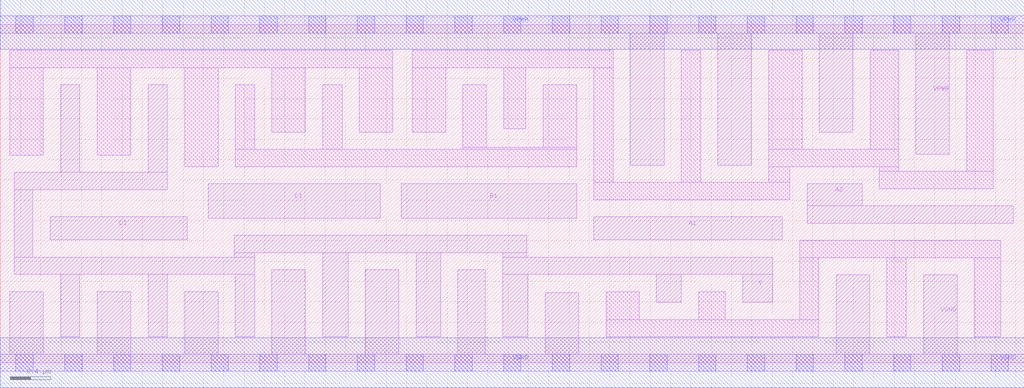
<source format=lef>
# Copyright 2020 The SkyWater PDK Authors
#
# Licensed under the Apache License, Version 2.0 (the "License");
# you may not use this file except in compliance with the License.
# You may obtain a copy of the License at
#
#     https://www.apache.org/licenses/LICENSE-2.0
#
# Unless required by applicable law or agreed to in writing, software
# distributed under the License is distributed on an "AS IS" BASIS,
# WITHOUT WARRANTIES OR CONDITIONS OF ANY KIND, either express or implied.
# See the License for the specific language governing permissions and
# limitations under the License.
#
# SPDX-License-Identifier: Apache-2.0

VERSION 5.7 ;
  NAMESCASESENSITIVE ON ;
  NOWIREEXTENSIONATPIN ON ;
  DIVIDERCHAR "/" ;
  BUSBITCHARS "[]" ;
UNITS
  DATABASE MICRONS 200 ;
END UNITS
MACRO sky130_fd_sc_lp__a2111oi_4
  CLASS CORE ;
  SOURCE USER ;
  FOREIGN sky130_fd_sc_lp__a2111oi_4 ;
  ORIGIN  0.000000  0.000000 ;
  SIZE  10.08000 BY  3.330000 ;
  SYMMETRY X Y R90 ;
  SITE unit ;
  PIN A1
    ANTENNAGATEAREA  1.260000 ;
    DIRECTION INPUT ;
    USE SIGNAL ;
    PORT
      LAYER li1 ;
        RECT 5.845000 1.210000 7.700000 1.435000 ;
    END
  END A1
  PIN A2
    ANTENNAGATEAREA  1.260000 ;
    DIRECTION INPUT ;
    USE SIGNAL ;
    PORT
      LAYER li1 ;
        RECT 7.945000 1.375000 9.975000 1.545000 ;
        RECT 7.945000 1.545000 8.485000 1.760000 ;
    END
  END A2
  PIN B1
    ANTENNAGATEAREA  1.260000 ;
    DIRECTION INPUT ;
    USE SIGNAL ;
    PORT
      LAYER li1 ;
        RECT 3.950000 1.425000 5.675000 1.760000 ;
    END
  END B1
  PIN C1
    ANTENNAGATEAREA  1.260000 ;
    DIRECTION INPUT ;
    USE SIGNAL ;
    PORT
      LAYER li1 ;
        RECT 2.050000 1.425000 3.740000 1.760000 ;
    END
  END C1
  PIN D1
    ANTENNAGATEAREA  1.260000 ;
    DIRECTION INPUT ;
    USE SIGNAL ;
    PORT
      LAYER li1 ;
        RECT 0.490000 1.210000 1.840000 1.435000 ;
    END
  END D1
  PIN Y
    ANTENNADIFFAREA  2.587200 ;
    DIRECTION OUTPUT ;
    USE SIGNAL ;
    PORT
      LAYER li1 ;
        RECT 0.140000 0.870000 2.505000 1.040000 ;
        RECT 0.140000 1.040000 0.320000 1.705000 ;
        RECT 0.140000 1.705000 1.645000 1.875000 ;
        RECT 0.595000 0.255000 0.785000 0.870000 ;
        RECT 0.595000 1.875000 0.785000 2.735000 ;
        RECT 1.455000 0.255000 1.645000 0.870000 ;
        RECT 1.455000 1.875000 1.645000 2.735000 ;
        RECT 2.305000 1.040000 2.505000 1.085000 ;
        RECT 2.305000 1.085000 5.185000 1.255000 ;
        RECT 2.315000 0.255000 2.505000 0.870000 ;
        RECT 3.175000 0.255000 3.425000 1.085000 ;
        RECT 4.095000 0.255000 4.335000 1.085000 ;
        RECT 4.945000 0.255000 5.195000 0.870000 ;
        RECT 4.945000 0.870000 7.605000 1.040000 ;
        RECT 4.945000 1.040000 5.185000 1.085000 ;
        RECT 6.460000 0.595000 6.705000 0.870000 ;
        RECT 7.310000 0.595000 7.605000 0.870000 ;
    END
  END Y
  PIN VGND
    DIRECTION INOUT ;
    USE GROUND ;
    PORT
      LAYER li1 ;
        RECT 0.000000 -0.085000 10.080000 0.085000 ;
        RECT 0.095000  0.085000  0.425000 0.700000 ;
        RECT 0.955000  0.085000  1.285000 0.700000 ;
        RECT 1.815000  0.085000  2.145000 0.700000 ;
        RECT 2.675000  0.085000  3.005000 0.915000 ;
        RECT 3.595000  0.085000  3.925000 0.915000 ;
        RECT 4.505000  0.085000  4.775000 0.915000 ;
        RECT 5.365000  0.085000  5.695000 0.690000 ;
        RECT 8.230000  0.085000  8.560000 0.865000 ;
        RECT 9.090000  0.085000  9.420000 0.865000 ;
      LAYER mcon ;
        RECT 0.155000 -0.085000 0.325000 0.085000 ;
        RECT 0.635000 -0.085000 0.805000 0.085000 ;
        RECT 1.115000 -0.085000 1.285000 0.085000 ;
        RECT 1.595000 -0.085000 1.765000 0.085000 ;
        RECT 2.075000 -0.085000 2.245000 0.085000 ;
        RECT 2.555000 -0.085000 2.725000 0.085000 ;
        RECT 3.035000 -0.085000 3.205000 0.085000 ;
        RECT 3.515000 -0.085000 3.685000 0.085000 ;
        RECT 3.995000 -0.085000 4.165000 0.085000 ;
        RECT 4.475000 -0.085000 4.645000 0.085000 ;
        RECT 4.955000 -0.085000 5.125000 0.085000 ;
        RECT 5.435000 -0.085000 5.605000 0.085000 ;
        RECT 5.915000 -0.085000 6.085000 0.085000 ;
        RECT 6.395000 -0.085000 6.565000 0.085000 ;
        RECT 6.875000 -0.085000 7.045000 0.085000 ;
        RECT 7.355000 -0.085000 7.525000 0.085000 ;
        RECT 7.835000 -0.085000 8.005000 0.085000 ;
        RECT 8.315000 -0.085000 8.485000 0.085000 ;
        RECT 8.795000 -0.085000 8.965000 0.085000 ;
        RECT 9.275000 -0.085000 9.445000 0.085000 ;
        RECT 9.755000 -0.085000 9.925000 0.085000 ;
      LAYER met1 ;
        RECT 0.000000 -0.245000 10.080000 0.245000 ;
    END
  END VGND
  PIN VPWR
    DIRECTION INOUT ;
    USE POWER ;
    PORT
      LAYER li1 ;
        RECT 0.000000 3.245000 10.080000 3.415000 ;
        RECT 6.205000 1.945000  6.535000 3.245000 ;
        RECT 7.065000 1.945000  7.395000 3.245000 ;
        RECT 8.065000 2.270000  8.395000 3.245000 ;
        RECT 9.015000 2.055000  9.345000 3.245000 ;
      LAYER mcon ;
        RECT 0.155000 3.245000 0.325000 3.415000 ;
        RECT 0.635000 3.245000 0.805000 3.415000 ;
        RECT 1.115000 3.245000 1.285000 3.415000 ;
        RECT 1.595000 3.245000 1.765000 3.415000 ;
        RECT 2.075000 3.245000 2.245000 3.415000 ;
        RECT 2.555000 3.245000 2.725000 3.415000 ;
        RECT 3.035000 3.245000 3.205000 3.415000 ;
        RECT 3.515000 3.245000 3.685000 3.415000 ;
        RECT 3.995000 3.245000 4.165000 3.415000 ;
        RECT 4.475000 3.245000 4.645000 3.415000 ;
        RECT 4.955000 3.245000 5.125000 3.415000 ;
        RECT 5.435000 3.245000 5.605000 3.415000 ;
        RECT 5.915000 3.245000 6.085000 3.415000 ;
        RECT 6.395000 3.245000 6.565000 3.415000 ;
        RECT 6.875000 3.245000 7.045000 3.415000 ;
        RECT 7.355000 3.245000 7.525000 3.415000 ;
        RECT 7.835000 3.245000 8.005000 3.415000 ;
        RECT 8.315000 3.245000 8.485000 3.415000 ;
        RECT 8.795000 3.245000 8.965000 3.415000 ;
        RECT 9.275000 3.245000 9.445000 3.415000 ;
        RECT 9.755000 3.245000 9.925000 3.415000 ;
      LAYER met1 ;
        RECT 0.000000 3.085000 10.080000 3.575000 ;
    END
  END VPWR
  OBS
    LAYER li1 ;
      RECT 0.095000 2.045000 0.425000 2.905000 ;
      RECT 0.095000 2.905000 3.865000 3.075000 ;
      RECT 0.955000 2.045000 1.285000 2.905000 ;
      RECT 1.815000 1.930000 2.145000 2.905000 ;
      RECT 2.315000 1.930000 5.675000 2.100000 ;
      RECT 2.315000 2.100000 2.505000 2.735000 ;
      RECT 2.675000 2.270000 3.005000 2.905000 ;
      RECT 3.175000 2.100000 3.365000 2.735000 ;
      RECT 3.535000 2.270000 3.865000 2.905000 ;
      RECT 4.055000 2.270000 4.385000 2.905000 ;
      RECT 4.055000 2.905000 6.035000 3.075000 ;
      RECT 4.555000 2.100000 5.675000 2.120000 ;
      RECT 4.555000 2.120000 4.785000 2.735000 ;
      RECT 4.955000 2.305000 5.175000 2.905000 ;
      RECT 5.345000 2.120000 5.675000 2.735000 ;
      RECT 5.845000 1.605000 7.775000 1.775000 ;
      RECT 5.845000 1.775000 6.035000 2.905000 ;
      RECT 5.965000 0.255000 8.060000 0.425000 ;
      RECT 5.965000 0.425000 6.290000 0.700000 ;
      RECT 6.705000 1.775000 6.895000 3.075000 ;
      RECT 6.875000 0.425000 7.140000 0.700000 ;
      RECT 7.565000 1.775000 7.775000 1.930000 ;
      RECT 7.565000 1.930000 8.845000 2.100000 ;
      RECT 7.565000 2.100000 7.895000 3.075000 ;
      RECT 7.870000 0.425000 8.060000 1.035000 ;
      RECT 7.870000 1.035000 9.850000 1.205000 ;
      RECT 8.565000 2.100000 8.845000 3.075000 ;
      RECT 8.655000 1.715000 9.775000 1.885000 ;
      RECT 8.655000 1.885000 8.845000 1.930000 ;
      RECT 8.730000 0.255000 8.920000 1.035000 ;
      RECT 9.515000 1.885000 9.775000 3.075000 ;
      RECT 9.590000 0.255000 9.850000 1.035000 ;
  END
END sky130_fd_sc_lp__a2111oi_4

</source>
